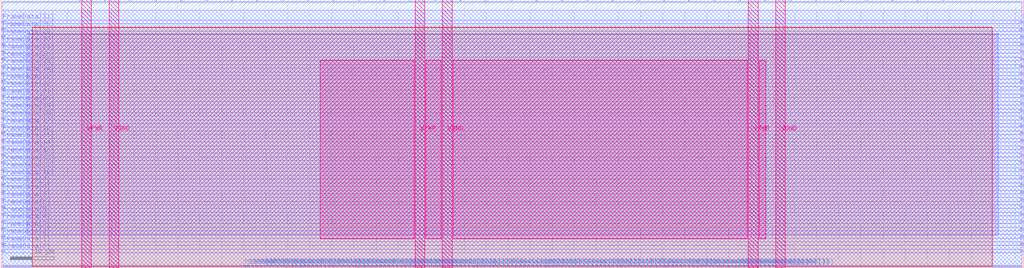
<source format=lef>
VERSION 5.7 ;
  NOWIREEXTENSIONATPIN ON ;
  DIVIDERCHAR "/" ;
  BUSBITCHARS "[]" ;
MACRO N_IO
  CLASS BLOCK ;
  FOREIGN N_IO ;
  ORIGIN 0.000 0.000 ;
  SIZE 231.840 BY 60.900 ;
  PIN A_I_top
    DIRECTION OUTPUT ;
    USE SIGNAL ;
    ANTENNADIFFAREA 0.654800 ;
    PORT
      LAYER Metal3 ;
        RECT 23.320 60.500 23.720 60.900 ;
    END
  END A_I_top
  PIN A_O_top
    DIRECTION INPUT ;
    USE SIGNAL ;
    ANTENNAGATEAREA 0.180700 ;
    PORT
      LAYER Metal3 ;
        RECT 17.560 60.500 17.960 60.900 ;
    END
  END A_O_top
  PIN A_T_top
    DIRECTION OUTPUT ;
    USE SIGNAL ;
    ANTENNADIFFAREA 0.654800 ;
    PORT
      LAYER Metal3 ;
        RECT 29.080 60.500 29.480 60.900 ;
    END
  END A_T_top
  PIN A_config_C_bit0
    DIRECTION OUTPUT ;
    USE SIGNAL ;
    ANTENNADIFFAREA 0.654800 ;
    PORT
      LAYER Metal3 ;
        RECT 52.120 60.500 52.520 60.900 ;
    END
  END A_config_C_bit0
  PIN A_config_C_bit1
    DIRECTION OUTPUT ;
    USE SIGNAL ;
    ANTENNADIFFAREA 0.654800 ;
    PORT
      LAYER Metal3 ;
        RECT 57.880 60.500 58.280 60.900 ;
    END
  END A_config_C_bit1
  PIN A_config_C_bit2
    DIRECTION OUTPUT ;
    USE SIGNAL ;
    ANTENNADIFFAREA 0.654800 ;
    PORT
      LAYER Metal3 ;
        RECT 63.640 60.500 64.040 60.900 ;
    END
  END A_config_C_bit2
  PIN A_config_C_bit3
    DIRECTION OUTPUT ;
    USE SIGNAL ;
    ANTENNADIFFAREA 0.654800 ;
    PORT
      LAYER Metal3 ;
        RECT 69.400 60.500 69.800 60.900 ;
    END
  END A_config_C_bit3
  PIN B_I_top
    DIRECTION OUTPUT ;
    USE SIGNAL ;
    ANTENNADIFFAREA 0.654800 ;
    PORT
      LAYER Metal3 ;
        RECT 40.600 60.500 41.000 60.900 ;
    END
  END B_I_top
  PIN B_O_top
    DIRECTION INPUT ;
    USE SIGNAL ;
    ANTENNAGATEAREA 0.180700 ;
    PORT
      LAYER Metal3 ;
        RECT 34.840 60.500 35.240 60.900 ;
    END
  END B_O_top
  PIN B_T_top
    DIRECTION OUTPUT ;
    USE SIGNAL ;
    ANTENNADIFFAREA 0.654800 ;
    PORT
      LAYER Metal3 ;
        RECT 46.360 60.500 46.760 60.900 ;
    END
  END B_T_top
  PIN B_config_C_bit0
    DIRECTION OUTPUT ;
    USE SIGNAL ;
    ANTENNADIFFAREA 0.654800 ;
    PORT
      LAYER Metal3 ;
        RECT 75.160 60.500 75.560 60.900 ;
    END
  END B_config_C_bit0
  PIN B_config_C_bit1
    DIRECTION OUTPUT ;
    USE SIGNAL ;
    ANTENNADIFFAREA 0.654800 ;
    PORT
      LAYER Metal3 ;
        RECT 80.920 60.500 81.320 60.900 ;
    END
  END B_config_C_bit1
  PIN B_config_C_bit2
    DIRECTION OUTPUT ;
    USE SIGNAL ;
    ANTENNADIFFAREA 0.654800 ;
    PORT
      LAYER Metal3 ;
        RECT 86.680 60.500 87.080 60.900 ;
    END
  END B_config_C_bit2
  PIN B_config_C_bit3
    DIRECTION OUTPUT ;
    USE SIGNAL ;
    ANTENNADIFFAREA 0.654800 ;
    PORT
      LAYER Metal3 ;
        RECT 92.440 60.500 92.840 60.900 ;
    END
  END B_config_C_bit3
  PIN Ci
    DIRECTION INPUT ;
    USE SIGNAL ;
    PORT
      LAYER Metal3 ;
        RECT 104.920 0.000 105.320 0.400 ;
    END
  END Ci
  PIN FrameData[0]
    DIRECTION INPUT ;
    USE SIGNAL ;
    ANTENNAGATEAREA 0.180700 ;
    PORT
      LAYER Metal2 ;
        RECT 0.000 3.580 0.450 3.980 ;
    END
  END FrameData[0]
  PIN FrameData[10]
    DIRECTION INPUT ;
    USE SIGNAL ;
    ANTENNAGATEAREA 0.180700 ;
    PORT
      LAYER Metal2 ;
        RECT 0.000 20.380 0.450 20.780 ;
    END
  END FrameData[10]
  PIN FrameData[11]
    DIRECTION INPUT ;
    USE SIGNAL ;
    ANTENNAGATEAREA 0.180700 ;
    PORT
      LAYER Metal2 ;
        RECT 0.000 22.060 0.450 22.460 ;
    END
  END FrameData[11]
  PIN FrameData[12]
    DIRECTION INPUT ;
    USE SIGNAL ;
    ANTENNAGATEAREA 0.180700 ;
    PORT
      LAYER Metal2 ;
        RECT 0.000 23.740 0.450 24.140 ;
    END
  END FrameData[12]
  PIN FrameData[13]
    DIRECTION INPUT ;
    USE SIGNAL ;
    ANTENNAGATEAREA 0.180700 ;
    PORT
      LAYER Metal2 ;
        RECT 0.000 25.420 0.450 25.820 ;
    END
  END FrameData[13]
  PIN FrameData[14]
    DIRECTION INPUT ;
    USE SIGNAL ;
    ANTENNAGATEAREA 0.180700 ;
    PORT
      LAYER Metal2 ;
        RECT 0.000 27.100 0.450 27.500 ;
    END
  END FrameData[14]
  PIN FrameData[15]
    DIRECTION INPUT ;
    USE SIGNAL ;
    ANTENNAGATEAREA 0.180700 ;
    PORT
      LAYER Metal2 ;
        RECT 0.000 28.780 0.450 29.180 ;
    END
  END FrameData[15]
  PIN FrameData[16]
    DIRECTION INPUT ;
    USE SIGNAL ;
    ANTENNAGATEAREA 0.180700 ;
    PORT
      LAYER Metal2 ;
        RECT 0.000 30.460 0.450 30.860 ;
    END
  END FrameData[16]
  PIN FrameData[17]
    DIRECTION INPUT ;
    USE SIGNAL ;
    ANTENNAGATEAREA 0.180700 ;
    PORT
      LAYER Metal2 ;
        RECT 0.000 32.140 0.450 32.540 ;
    END
  END FrameData[17]
  PIN FrameData[18]
    DIRECTION INPUT ;
    USE SIGNAL ;
    ANTENNAGATEAREA 0.180700 ;
    PORT
      LAYER Metal2 ;
        RECT 0.000 33.820 0.450 34.220 ;
    END
  END FrameData[18]
  PIN FrameData[19]
    DIRECTION INPUT ;
    USE SIGNAL ;
    ANTENNAGATEAREA 0.180700 ;
    PORT
      LAYER Metal2 ;
        RECT 0.000 35.500 0.450 35.900 ;
    END
  END FrameData[19]
  PIN FrameData[1]
    DIRECTION INPUT ;
    USE SIGNAL ;
    ANTENNAGATEAREA 0.180700 ;
    PORT
      LAYER Metal2 ;
        RECT 0.000 5.260 0.450 5.660 ;
    END
  END FrameData[1]
  PIN FrameData[20]
    DIRECTION INPUT ;
    USE SIGNAL ;
    ANTENNAGATEAREA 0.180700 ;
    PORT
      LAYER Metal2 ;
        RECT 0.000 37.180 0.450 37.580 ;
    END
  END FrameData[20]
  PIN FrameData[21]
    DIRECTION INPUT ;
    USE SIGNAL ;
    ANTENNAGATEAREA 0.180700 ;
    PORT
      LAYER Metal2 ;
        RECT 0.000 38.860 0.450 39.260 ;
    END
  END FrameData[21]
  PIN FrameData[22]
    DIRECTION INPUT ;
    USE SIGNAL ;
    ANTENNAGATEAREA 0.180700 ;
    PORT
      LAYER Metal2 ;
        RECT 0.000 40.540 0.450 40.940 ;
    END
  END FrameData[22]
  PIN FrameData[23]
    DIRECTION INPUT ;
    USE SIGNAL ;
    ANTENNAGATEAREA 0.180700 ;
    PORT
      LAYER Metal2 ;
        RECT 0.000 42.220 0.450 42.620 ;
    END
  END FrameData[23]
  PIN FrameData[24]
    DIRECTION INPUT ;
    USE SIGNAL ;
    ANTENNAGATEAREA 0.180700 ;
    PORT
      LAYER Metal2 ;
        RECT 0.000 43.900 0.450 44.300 ;
    END
  END FrameData[24]
  PIN FrameData[25]
    DIRECTION INPUT ;
    USE SIGNAL ;
    ANTENNAGATEAREA 0.180700 ;
    PORT
      LAYER Metal2 ;
        RECT 0.000 45.580 0.450 45.980 ;
    END
  END FrameData[25]
  PIN FrameData[26]
    DIRECTION INPUT ;
    USE SIGNAL ;
    ANTENNAGATEAREA 0.180700 ;
    PORT
      LAYER Metal2 ;
        RECT 0.000 47.260 0.450 47.660 ;
    END
  END FrameData[26]
  PIN FrameData[27]
    DIRECTION INPUT ;
    USE SIGNAL ;
    ANTENNAGATEAREA 0.180700 ;
    PORT
      LAYER Metal2 ;
        RECT 0.000 48.940 0.450 49.340 ;
    END
  END FrameData[27]
  PIN FrameData[28]
    DIRECTION INPUT ;
    USE SIGNAL ;
    ANTENNAGATEAREA 0.180700 ;
    PORT
      LAYER Metal2 ;
        RECT 0.000 50.620 0.450 51.020 ;
    END
  END FrameData[28]
  PIN FrameData[29]
    DIRECTION INPUT ;
    USE SIGNAL ;
    ANTENNAGATEAREA 0.180700 ;
    PORT
      LAYER Metal2 ;
        RECT 0.000 52.300 0.450 52.700 ;
    END
  END FrameData[29]
  PIN FrameData[2]
    DIRECTION INPUT ;
    USE SIGNAL ;
    ANTENNAGATEAREA 0.180700 ;
    PORT
      LAYER Metal2 ;
        RECT 0.000 6.940 0.450 7.340 ;
    END
  END FrameData[2]
  PIN FrameData[30]
    DIRECTION INPUT ;
    USE SIGNAL ;
    ANTENNAGATEAREA 0.180700 ;
    PORT
      LAYER Metal2 ;
        RECT 0.000 53.980 0.450 54.380 ;
    END
  END FrameData[30]
  PIN FrameData[31]
    DIRECTION INPUT ;
    USE SIGNAL ;
    ANTENNAGATEAREA 0.180700 ;
    PORT
      LAYER Metal2 ;
        RECT 0.000 55.660 0.450 56.060 ;
    END
  END FrameData[31]
  PIN FrameData[3]
    DIRECTION INPUT ;
    USE SIGNAL ;
    ANTENNAGATEAREA 0.180700 ;
    PORT
      LAYER Metal2 ;
        RECT 0.000 8.620 0.450 9.020 ;
    END
  END FrameData[3]
  PIN FrameData[4]
    DIRECTION INPUT ;
    USE SIGNAL ;
    ANTENNAGATEAREA 0.180700 ;
    PORT
      LAYER Metal2 ;
        RECT 0.000 10.300 0.450 10.700 ;
    END
  END FrameData[4]
  PIN FrameData[5]
    DIRECTION INPUT ;
    USE SIGNAL ;
    ANTENNAGATEAREA 0.180700 ;
    PORT
      LAYER Metal2 ;
        RECT 0.000 11.980 0.450 12.380 ;
    END
  END FrameData[5]
  PIN FrameData[6]
    DIRECTION INPUT ;
    USE SIGNAL ;
    ANTENNAGATEAREA 0.180700 ;
    PORT
      LAYER Metal2 ;
        RECT 0.000 13.660 0.450 14.060 ;
    END
  END FrameData[6]
  PIN FrameData[7]
    DIRECTION INPUT ;
    USE SIGNAL ;
    ANTENNAGATEAREA 0.180700 ;
    PORT
      LAYER Metal2 ;
        RECT 0.000 15.340 0.450 15.740 ;
    END
  END FrameData[7]
  PIN FrameData[8]
    DIRECTION INPUT ;
    USE SIGNAL ;
    ANTENNAGATEAREA 0.180700 ;
    PORT
      LAYER Metal2 ;
        RECT 0.000 17.020 0.450 17.420 ;
    END
  END FrameData[8]
  PIN FrameData[9]
    DIRECTION INPUT ;
    USE SIGNAL ;
    ANTENNAGATEAREA 0.180700 ;
    PORT
      LAYER Metal2 ;
        RECT 0.000 18.700 0.450 19.100 ;
    END
  END FrameData[9]
  PIN FrameData_O[0]
    DIRECTION OUTPUT ;
    USE SIGNAL ;
    ANTENNADIFFAREA 0.654800 ;
    PORT
      LAYER Metal2 ;
        RECT 231.390 3.580 231.840 3.980 ;
    END
  END FrameData_O[0]
  PIN FrameData_O[10]
    DIRECTION OUTPUT ;
    USE SIGNAL ;
    ANTENNADIFFAREA 0.654800 ;
    PORT
      LAYER Metal2 ;
        RECT 231.390 20.380 231.840 20.780 ;
    END
  END FrameData_O[10]
  PIN FrameData_O[11]
    DIRECTION OUTPUT ;
    USE SIGNAL ;
    ANTENNADIFFAREA 0.654800 ;
    PORT
      LAYER Metal2 ;
        RECT 231.390 22.060 231.840 22.460 ;
    END
  END FrameData_O[11]
  PIN FrameData_O[12]
    DIRECTION OUTPUT ;
    USE SIGNAL ;
    ANTENNADIFFAREA 0.654800 ;
    PORT
      LAYER Metal2 ;
        RECT 231.390 23.740 231.840 24.140 ;
    END
  END FrameData_O[12]
  PIN FrameData_O[13]
    DIRECTION OUTPUT ;
    USE SIGNAL ;
    ANTENNADIFFAREA 0.654800 ;
    PORT
      LAYER Metal2 ;
        RECT 231.390 25.420 231.840 25.820 ;
    END
  END FrameData_O[13]
  PIN FrameData_O[14]
    DIRECTION OUTPUT ;
    USE SIGNAL ;
    ANTENNADIFFAREA 0.654800 ;
    PORT
      LAYER Metal2 ;
        RECT 231.390 27.100 231.840 27.500 ;
    END
  END FrameData_O[14]
  PIN FrameData_O[15]
    DIRECTION OUTPUT ;
    USE SIGNAL ;
    ANTENNADIFFAREA 0.654800 ;
    PORT
      LAYER Metal2 ;
        RECT 231.390 28.780 231.840 29.180 ;
    END
  END FrameData_O[15]
  PIN FrameData_O[16]
    DIRECTION OUTPUT ;
    USE SIGNAL ;
    ANTENNADIFFAREA 0.654800 ;
    PORT
      LAYER Metal2 ;
        RECT 231.390 30.460 231.840 30.860 ;
    END
  END FrameData_O[16]
  PIN FrameData_O[17]
    DIRECTION OUTPUT ;
    USE SIGNAL ;
    ANTENNADIFFAREA 0.654800 ;
    PORT
      LAYER Metal2 ;
        RECT 231.390 32.140 231.840 32.540 ;
    END
  END FrameData_O[17]
  PIN FrameData_O[18]
    DIRECTION OUTPUT ;
    USE SIGNAL ;
    ANTENNADIFFAREA 0.654800 ;
    PORT
      LAYER Metal2 ;
        RECT 231.390 33.820 231.840 34.220 ;
    END
  END FrameData_O[18]
  PIN FrameData_O[19]
    DIRECTION OUTPUT ;
    USE SIGNAL ;
    ANTENNADIFFAREA 0.654800 ;
    PORT
      LAYER Metal2 ;
        RECT 231.390 35.500 231.840 35.900 ;
    END
  END FrameData_O[19]
  PIN FrameData_O[1]
    DIRECTION OUTPUT ;
    USE SIGNAL ;
    ANTENNADIFFAREA 0.654800 ;
    PORT
      LAYER Metal2 ;
        RECT 231.390 5.260 231.840 5.660 ;
    END
  END FrameData_O[1]
  PIN FrameData_O[20]
    DIRECTION OUTPUT ;
    USE SIGNAL ;
    ANTENNADIFFAREA 0.654800 ;
    PORT
      LAYER Metal2 ;
        RECT 231.390 37.180 231.840 37.580 ;
    END
  END FrameData_O[20]
  PIN FrameData_O[21]
    DIRECTION OUTPUT ;
    USE SIGNAL ;
    ANTENNADIFFAREA 0.654800 ;
    PORT
      LAYER Metal2 ;
        RECT 231.390 38.860 231.840 39.260 ;
    END
  END FrameData_O[21]
  PIN FrameData_O[22]
    DIRECTION OUTPUT ;
    USE SIGNAL ;
    ANTENNADIFFAREA 0.654800 ;
    PORT
      LAYER Metal2 ;
        RECT 231.390 40.540 231.840 40.940 ;
    END
  END FrameData_O[22]
  PIN FrameData_O[23]
    DIRECTION OUTPUT ;
    USE SIGNAL ;
    ANTENNADIFFAREA 0.654800 ;
    PORT
      LAYER Metal2 ;
        RECT 231.390 42.220 231.840 42.620 ;
    END
  END FrameData_O[23]
  PIN FrameData_O[24]
    DIRECTION OUTPUT ;
    USE SIGNAL ;
    ANTENNADIFFAREA 0.654800 ;
    PORT
      LAYER Metal2 ;
        RECT 231.390 43.900 231.840 44.300 ;
    END
  END FrameData_O[24]
  PIN FrameData_O[25]
    DIRECTION OUTPUT ;
    USE SIGNAL ;
    ANTENNADIFFAREA 0.654800 ;
    PORT
      LAYER Metal2 ;
        RECT 231.390 45.580 231.840 45.980 ;
    END
  END FrameData_O[25]
  PIN FrameData_O[26]
    DIRECTION OUTPUT ;
    USE SIGNAL ;
    ANTENNADIFFAREA 0.654800 ;
    PORT
      LAYER Metal2 ;
        RECT 231.390 47.260 231.840 47.660 ;
    END
  END FrameData_O[26]
  PIN FrameData_O[27]
    DIRECTION OUTPUT ;
    USE SIGNAL ;
    ANTENNADIFFAREA 0.654800 ;
    PORT
      LAYER Metal2 ;
        RECT 231.390 48.940 231.840 49.340 ;
    END
  END FrameData_O[27]
  PIN FrameData_O[28]
    DIRECTION OUTPUT ;
    USE SIGNAL ;
    ANTENNADIFFAREA 0.654800 ;
    PORT
      LAYER Metal2 ;
        RECT 231.390 50.620 231.840 51.020 ;
    END
  END FrameData_O[28]
  PIN FrameData_O[29]
    DIRECTION OUTPUT ;
    USE SIGNAL ;
    ANTENNADIFFAREA 0.654800 ;
    PORT
      LAYER Metal2 ;
        RECT 231.390 52.300 231.840 52.700 ;
    END
  END FrameData_O[29]
  PIN FrameData_O[2]
    DIRECTION OUTPUT ;
    USE SIGNAL ;
    ANTENNADIFFAREA 0.654800 ;
    PORT
      LAYER Metal2 ;
        RECT 231.390 6.940 231.840 7.340 ;
    END
  END FrameData_O[2]
  PIN FrameData_O[30]
    DIRECTION OUTPUT ;
    USE SIGNAL ;
    ANTENNADIFFAREA 0.654800 ;
    PORT
      LAYER Metal2 ;
        RECT 231.390 53.980 231.840 54.380 ;
    END
  END FrameData_O[30]
  PIN FrameData_O[31]
    DIRECTION OUTPUT ;
    USE SIGNAL ;
    ANTENNADIFFAREA 0.654800 ;
    PORT
      LAYER Metal2 ;
        RECT 231.390 55.660 231.840 56.060 ;
    END
  END FrameData_O[31]
  PIN FrameData_O[3]
    DIRECTION OUTPUT ;
    USE SIGNAL ;
    ANTENNADIFFAREA 0.654800 ;
    PORT
      LAYER Metal2 ;
        RECT 231.390 8.620 231.840 9.020 ;
    END
  END FrameData_O[3]
  PIN FrameData_O[4]
    DIRECTION OUTPUT ;
    USE SIGNAL ;
    ANTENNADIFFAREA 0.654800 ;
    PORT
      LAYER Metal2 ;
        RECT 231.390 10.300 231.840 10.700 ;
    END
  END FrameData_O[4]
  PIN FrameData_O[5]
    DIRECTION OUTPUT ;
    USE SIGNAL ;
    ANTENNADIFFAREA 0.654800 ;
    PORT
      LAYER Metal2 ;
        RECT 231.390 11.980 231.840 12.380 ;
    END
  END FrameData_O[5]
  PIN FrameData_O[6]
    DIRECTION OUTPUT ;
    USE SIGNAL ;
    ANTENNADIFFAREA 0.654800 ;
    PORT
      LAYER Metal2 ;
        RECT 231.390 13.660 231.840 14.060 ;
    END
  END FrameData_O[6]
  PIN FrameData_O[7]
    DIRECTION OUTPUT ;
    USE SIGNAL ;
    ANTENNADIFFAREA 0.654800 ;
    PORT
      LAYER Metal2 ;
        RECT 231.390 15.340 231.840 15.740 ;
    END
  END FrameData_O[7]
  PIN FrameData_O[8]
    DIRECTION OUTPUT ;
    USE SIGNAL ;
    ANTENNADIFFAREA 0.654800 ;
    PORT
      LAYER Metal2 ;
        RECT 231.390 17.020 231.840 17.420 ;
    END
  END FrameData_O[8]
  PIN FrameData_O[9]
    DIRECTION OUTPUT ;
    USE SIGNAL ;
    ANTENNADIFFAREA 0.654800 ;
    PORT
      LAYER Metal2 ;
        RECT 231.390 18.700 231.840 19.100 ;
    END
  END FrameData_O[9]
  PIN FrameStrobe[0]
    DIRECTION INPUT ;
    USE SIGNAL ;
    ANTENNAGATEAREA 0.542100 ;
    PORT
      LAYER Metal3 ;
        RECT 156.760 0.000 157.160 0.400 ;
    END
  END FrameStrobe[0]
  PIN FrameStrobe[10]
    DIRECTION INPUT ;
    USE SIGNAL ;
    ANTENNAGATEAREA 0.180700 ;
    PORT
      LAYER Metal3 ;
        RECT 166.360 0.000 166.760 0.400 ;
    END
  END FrameStrobe[10]
  PIN FrameStrobe[11]
    DIRECTION INPUT ;
    USE SIGNAL ;
    ANTENNAGATEAREA 0.180700 ;
    PORT
      LAYER Metal3 ;
        RECT 167.320 0.000 167.720 0.400 ;
    END
  END FrameStrobe[11]
  PIN FrameStrobe[12]
    DIRECTION INPUT ;
    USE SIGNAL ;
    ANTENNAGATEAREA 0.180700 ;
    PORT
      LAYER Metal3 ;
        RECT 168.280 0.000 168.680 0.400 ;
    END
  END FrameStrobe[12]
  PIN FrameStrobe[13]
    DIRECTION INPUT ;
    USE SIGNAL ;
    ANTENNAGATEAREA 0.180700 ;
    PORT
      LAYER Metal3 ;
        RECT 169.240 0.000 169.640 0.400 ;
    END
  END FrameStrobe[13]
  PIN FrameStrobe[14]
    DIRECTION INPUT ;
    USE SIGNAL ;
    ANTENNAGATEAREA 0.180700 ;
    PORT
      LAYER Metal3 ;
        RECT 170.200 0.000 170.600 0.400 ;
    END
  END FrameStrobe[14]
  PIN FrameStrobe[15]
    DIRECTION INPUT ;
    USE SIGNAL ;
    ANTENNAGATEAREA 0.180700 ;
    PORT
      LAYER Metal3 ;
        RECT 171.160 0.000 171.560 0.400 ;
    END
  END FrameStrobe[15]
  PIN FrameStrobe[16]
    DIRECTION INPUT ;
    USE SIGNAL ;
    ANTENNAGATEAREA 0.180700 ;
    PORT
      LAYER Metal3 ;
        RECT 172.120 0.000 172.520 0.400 ;
    END
  END FrameStrobe[16]
  PIN FrameStrobe[17]
    DIRECTION INPUT ;
    USE SIGNAL ;
    ANTENNAGATEAREA 0.180700 ;
    PORT
      LAYER Metal3 ;
        RECT 173.080 0.000 173.480 0.400 ;
    END
  END FrameStrobe[17]
  PIN FrameStrobe[18]
    DIRECTION INPUT ;
    USE SIGNAL ;
    ANTENNAGATEAREA 0.180700 ;
    PORT
      LAYER Metal3 ;
        RECT 174.040 0.000 174.440 0.400 ;
    END
  END FrameStrobe[18]
  PIN FrameStrobe[19]
    DIRECTION INPUT ;
    USE SIGNAL ;
    ANTENNAGATEAREA 0.180700 ;
    PORT
      LAYER Metal3 ;
        RECT 175.000 0.000 175.400 0.400 ;
    END
  END FrameStrobe[19]
  PIN FrameStrobe[1]
    DIRECTION INPUT ;
    USE SIGNAL ;
    ANTENNAGATEAREA 0.180700 ;
    PORT
      LAYER Metal3 ;
        RECT 157.720 0.000 158.120 0.400 ;
    END
  END FrameStrobe[1]
  PIN FrameStrobe[2]
    DIRECTION INPUT ;
    USE SIGNAL ;
    ANTENNAGATEAREA 0.361400 ;
    PORT
      LAYER Metal3 ;
        RECT 158.680 0.000 159.080 0.400 ;
    END
  END FrameStrobe[2]
  PIN FrameStrobe[3]
    DIRECTION INPUT ;
    USE SIGNAL ;
    ANTENNAGATEAREA 0.180700 ;
    PORT
      LAYER Metal3 ;
        RECT 159.640 0.000 160.040 0.400 ;
    END
  END FrameStrobe[3]
  PIN FrameStrobe[4]
    DIRECTION INPUT ;
    USE SIGNAL ;
    ANTENNAGATEAREA 0.180700 ;
    PORT
      LAYER Metal3 ;
        RECT 160.600 0.000 161.000 0.400 ;
    END
  END FrameStrobe[4]
  PIN FrameStrobe[5]
    DIRECTION INPUT ;
    USE SIGNAL ;
    ANTENNAGATEAREA 0.180700 ;
    PORT
      LAYER Metal3 ;
        RECT 161.560 0.000 161.960 0.400 ;
    END
  END FrameStrobe[5]
  PIN FrameStrobe[6]
    DIRECTION INPUT ;
    USE SIGNAL ;
    ANTENNAGATEAREA 0.180700 ;
    PORT
      LAYER Metal3 ;
        RECT 162.520 0.000 162.920 0.400 ;
    END
  END FrameStrobe[6]
  PIN FrameStrobe[7]
    DIRECTION INPUT ;
    USE SIGNAL ;
    ANTENNAGATEAREA 0.180700 ;
    PORT
      LAYER Metal3 ;
        RECT 163.480 0.000 163.880 0.400 ;
    END
  END FrameStrobe[7]
  PIN FrameStrobe[8]
    DIRECTION INPUT ;
    USE SIGNAL ;
    ANTENNAGATEAREA 0.180700 ;
    PORT
      LAYER Metal3 ;
        RECT 164.440 0.000 164.840 0.400 ;
    END
  END FrameStrobe[8]
  PIN FrameStrobe[9]
    DIRECTION INPUT ;
    USE SIGNAL ;
    ANTENNAGATEAREA 0.180700 ;
    PORT
      LAYER Metal3 ;
        RECT 165.400 0.000 165.800 0.400 ;
    END
  END FrameStrobe[9]
  PIN FrameStrobe_O[0]
    DIRECTION OUTPUT ;
    USE SIGNAL ;
    ANTENNADIFFAREA 0.654800 ;
    PORT
      LAYER Metal3 ;
        RECT 103.960 60.500 104.360 60.900 ;
    END
  END FrameStrobe_O[0]
  PIN FrameStrobe_O[10]
    DIRECTION OUTPUT ;
    USE SIGNAL ;
    ANTENNADIFFAREA 0.654800 ;
    PORT
      LAYER Metal3 ;
        RECT 161.560 60.500 161.960 60.900 ;
    END
  END FrameStrobe_O[10]
  PIN FrameStrobe_O[11]
    DIRECTION OUTPUT ;
    USE SIGNAL ;
    ANTENNADIFFAREA 0.654800 ;
    PORT
      LAYER Metal3 ;
        RECT 167.320 60.500 167.720 60.900 ;
    END
  END FrameStrobe_O[11]
  PIN FrameStrobe_O[12]
    DIRECTION OUTPUT ;
    USE SIGNAL ;
    ANTENNADIFFAREA 0.654800 ;
    PORT
      LAYER Metal3 ;
        RECT 173.080 60.500 173.480 60.900 ;
    END
  END FrameStrobe_O[12]
  PIN FrameStrobe_O[13]
    DIRECTION OUTPUT ;
    USE SIGNAL ;
    ANTENNADIFFAREA 0.654800 ;
    PORT
      LAYER Metal3 ;
        RECT 178.840 60.500 179.240 60.900 ;
    END
  END FrameStrobe_O[13]
  PIN FrameStrobe_O[14]
    DIRECTION OUTPUT ;
    USE SIGNAL ;
    ANTENNADIFFAREA 0.654800 ;
    PORT
      LAYER Metal3 ;
        RECT 184.600 60.500 185.000 60.900 ;
    END
  END FrameStrobe_O[14]
  PIN FrameStrobe_O[15]
    DIRECTION OUTPUT ;
    USE SIGNAL ;
    ANTENNADIFFAREA 0.654800 ;
    PORT
      LAYER Metal3 ;
        RECT 190.360 60.500 190.760 60.900 ;
    END
  END FrameStrobe_O[15]
  PIN FrameStrobe_O[16]
    DIRECTION OUTPUT ;
    USE SIGNAL ;
    ANTENNADIFFAREA 0.654800 ;
    PORT
      LAYER Metal3 ;
        RECT 196.120 60.500 196.520 60.900 ;
    END
  END FrameStrobe_O[16]
  PIN FrameStrobe_O[17]
    DIRECTION OUTPUT ;
    USE SIGNAL ;
    ANTENNADIFFAREA 0.654800 ;
    PORT
      LAYER Metal3 ;
        RECT 201.880 60.500 202.280 60.900 ;
    END
  END FrameStrobe_O[17]
  PIN FrameStrobe_O[18]
    DIRECTION OUTPUT ;
    USE SIGNAL ;
    ANTENNADIFFAREA 0.654800 ;
    PORT
      LAYER Metal3 ;
        RECT 207.640 60.500 208.040 60.900 ;
    END
  END FrameStrobe_O[18]
  PIN FrameStrobe_O[19]
    DIRECTION OUTPUT ;
    USE SIGNAL ;
    ANTENNADIFFAREA 0.654800 ;
    PORT
      LAYER Metal3 ;
        RECT 213.400 60.500 213.800 60.900 ;
    END
  END FrameStrobe_O[19]
  PIN FrameStrobe_O[1]
    DIRECTION OUTPUT ;
    USE SIGNAL ;
    ANTENNADIFFAREA 0.654800 ;
    PORT
      LAYER Metal3 ;
        RECT 109.720 60.500 110.120 60.900 ;
    END
  END FrameStrobe_O[1]
  PIN FrameStrobe_O[2]
    DIRECTION OUTPUT ;
    USE SIGNAL ;
    ANTENNADIFFAREA 0.654800 ;
    PORT
      LAYER Metal3 ;
        RECT 115.480 60.500 115.880 60.900 ;
    END
  END FrameStrobe_O[2]
  PIN FrameStrobe_O[3]
    DIRECTION OUTPUT ;
    USE SIGNAL ;
    ANTENNADIFFAREA 0.654800 ;
    PORT
      LAYER Metal3 ;
        RECT 121.240 60.500 121.640 60.900 ;
    END
  END FrameStrobe_O[3]
  PIN FrameStrobe_O[4]
    DIRECTION OUTPUT ;
    USE SIGNAL ;
    ANTENNADIFFAREA 0.654800 ;
    PORT
      LAYER Metal3 ;
        RECT 127.000 60.500 127.400 60.900 ;
    END
  END FrameStrobe_O[4]
  PIN FrameStrobe_O[5]
    DIRECTION OUTPUT ;
    USE SIGNAL ;
    ANTENNADIFFAREA 0.654800 ;
    PORT
      LAYER Metal3 ;
        RECT 132.760 60.500 133.160 60.900 ;
    END
  END FrameStrobe_O[5]
  PIN FrameStrobe_O[6]
    DIRECTION OUTPUT ;
    USE SIGNAL ;
    ANTENNADIFFAREA 0.654800 ;
    PORT
      LAYER Metal3 ;
        RECT 138.520 60.500 138.920 60.900 ;
    END
  END FrameStrobe_O[6]
  PIN FrameStrobe_O[7]
    DIRECTION OUTPUT ;
    USE SIGNAL ;
    ANTENNADIFFAREA 0.654800 ;
    PORT
      LAYER Metal3 ;
        RECT 144.280 60.500 144.680 60.900 ;
    END
  END FrameStrobe_O[7]
  PIN FrameStrobe_O[8]
    DIRECTION OUTPUT ;
    USE SIGNAL ;
    ANTENNADIFFAREA 0.654800 ;
    PORT
      LAYER Metal3 ;
        RECT 150.040 60.500 150.440 60.900 ;
    END
  END FrameStrobe_O[8]
  PIN FrameStrobe_O[9]
    DIRECTION OUTPUT ;
    USE SIGNAL ;
    ANTENNADIFFAREA 0.654800 ;
    PORT
      LAYER Metal3 ;
        RECT 155.800 60.500 156.200 60.900 ;
    END
  END FrameStrobe_O[9]
  PIN N1END[0]
    DIRECTION INPUT ;
    USE SIGNAL ;
    ANTENNAGATEAREA 0.180700 ;
    PORT
      LAYER Metal3 ;
        RECT 55.000 0.000 55.400 0.400 ;
    END
  END N1END[0]
  PIN N1END[1]
    DIRECTION INPUT ;
    USE SIGNAL ;
    ANTENNAGATEAREA 0.180700 ;
    PORT
      LAYER Metal3 ;
        RECT 55.960 0.000 56.360 0.400 ;
    END
  END N1END[1]
  PIN N1END[2]
    DIRECTION INPUT ;
    USE SIGNAL ;
    ANTENNAGATEAREA 0.180700 ;
    PORT
      LAYER Metal3 ;
        RECT 56.920 0.000 57.320 0.400 ;
    END
  END N1END[2]
  PIN N1END[3]
    DIRECTION INPUT ;
    USE SIGNAL ;
    ANTENNAGATEAREA 0.180700 ;
    PORT
      LAYER Metal3 ;
        RECT 57.880 0.000 58.280 0.400 ;
    END
  END N1END[3]
  PIN N2END[0]
    DIRECTION INPUT ;
    USE SIGNAL ;
    ANTENNAGATEAREA 0.180700 ;
    PORT
      LAYER Metal3 ;
        RECT 66.520 0.000 66.920 0.400 ;
    END
  END N2END[0]
  PIN N2END[1]
    DIRECTION INPUT ;
    USE SIGNAL ;
    ANTENNAGATEAREA 0.180700 ;
    PORT
      LAYER Metal3 ;
        RECT 67.480 0.000 67.880 0.400 ;
    END
  END N2END[1]
  PIN N2END[2]
    DIRECTION INPUT ;
    USE SIGNAL ;
    ANTENNAGATEAREA 0.180700 ;
    PORT
      LAYER Metal3 ;
        RECT 68.440 0.000 68.840 0.400 ;
    END
  END N2END[2]
  PIN N2END[3]
    DIRECTION INPUT ;
    USE SIGNAL ;
    ANTENNAGATEAREA 0.180700 ;
    PORT
      LAYER Metal3 ;
        RECT 69.400 0.000 69.800 0.400 ;
    END
  END N2END[3]
  PIN N2END[4]
    DIRECTION INPUT ;
    USE SIGNAL ;
    ANTENNAGATEAREA 0.180700 ;
    PORT
      LAYER Metal3 ;
        RECT 70.360 0.000 70.760 0.400 ;
    END
  END N2END[4]
  PIN N2END[5]
    DIRECTION INPUT ;
    USE SIGNAL ;
    ANTENNAGATEAREA 0.180700 ;
    PORT
      LAYER Metal3 ;
        RECT 71.320 0.000 71.720 0.400 ;
    END
  END N2END[5]
  PIN N2END[6]
    DIRECTION INPUT ;
    USE SIGNAL ;
    ANTENNAGATEAREA 0.180700 ;
    PORT
      LAYER Metal3 ;
        RECT 72.280 0.000 72.680 0.400 ;
    END
  END N2END[6]
  PIN N2END[7]
    DIRECTION INPUT ;
    USE SIGNAL ;
    ANTENNAGATEAREA 0.180700 ;
    PORT
      LAYER Metal3 ;
        RECT 73.240 0.000 73.640 0.400 ;
    END
  END N2END[7]
  PIN N2MID[0]
    DIRECTION INPUT ;
    USE SIGNAL ;
    ANTENNAGATEAREA 0.180700 ;
    PORT
      LAYER Metal3 ;
        RECT 58.840 0.000 59.240 0.400 ;
    END
  END N2MID[0]
  PIN N2MID[1]
    DIRECTION INPUT ;
    USE SIGNAL ;
    ANTENNAGATEAREA 0.180700 ;
    PORT
      LAYER Metal3 ;
        RECT 59.800 0.000 60.200 0.400 ;
    END
  END N2MID[1]
  PIN N2MID[2]
    DIRECTION INPUT ;
    USE SIGNAL ;
    ANTENNAGATEAREA 0.180700 ;
    PORT
      LAYER Metal3 ;
        RECT 60.760 0.000 61.160 0.400 ;
    END
  END N2MID[2]
  PIN N2MID[3]
    DIRECTION INPUT ;
    USE SIGNAL ;
    ANTENNAGATEAREA 0.180700 ;
    PORT
      LAYER Metal3 ;
        RECT 61.720 0.000 62.120 0.400 ;
    END
  END N2MID[3]
  PIN N2MID[4]
    DIRECTION INPUT ;
    USE SIGNAL ;
    ANTENNAGATEAREA 0.180700 ;
    PORT
      LAYER Metal3 ;
        RECT 62.680 0.000 63.080 0.400 ;
    END
  END N2MID[4]
  PIN N2MID[5]
    DIRECTION INPUT ;
    USE SIGNAL ;
    ANTENNAGATEAREA 0.180700 ;
    PORT
      LAYER Metal3 ;
        RECT 63.640 0.000 64.040 0.400 ;
    END
  END N2MID[5]
  PIN N2MID[6]
    DIRECTION INPUT ;
    USE SIGNAL ;
    ANTENNAGATEAREA 0.180700 ;
    PORT
      LAYER Metal3 ;
        RECT 64.600 0.000 65.000 0.400 ;
    END
  END N2MID[6]
  PIN N2MID[7]
    DIRECTION INPUT ;
    USE SIGNAL ;
    ANTENNAGATEAREA 0.180700 ;
    PORT
      LAYER Metal3 ;
        RECT 65.560 0.000 65.960 0.400 ;
    END
  END N2MID[7]
  PIN N4END[0]
    DIRECTION INPUT ;
    USE SIGNAL ;
    ANTENNAGATEAREA 0.180700 ;
    PORT
      LAYER Metal3 ;
        RECT 74.200 0.000 74.600 0.400 ;
    END
  END N4END[0]
  PIN N4END[10]
    DIRECTION INPUT ;
    USE SIGNAL ;
    ANTENNAGATEAREA 0.180700 ;
    PORT
      LAYER Metal3 ;
        RECT 83.800 0.000 84.200 0.400 ;
    END
  END N4END[10]
  PIN N4END[11]
    DIRECTION INPUT ;
    USE SIGNAL ;
    ANTENNAGATEAREA 0.180700 ;
    PORT
      LAYER Metal3 ;
        RECT 84.760 0.000 85.160 0.400 ;
    END
  END N4END[11]
  PIN N4END[12]
    DIRECTION INPUT ;
    USE SIGNAL ;
    ANTENNAGATEAREA 0.180700 ;
    PORT
      LAYER Metal3 ;
        RECT 85.720 0.000 86.120 0.400 ;
    END
  END N4END[12]
  PIN N4END[13]
    DIRECTION INPUT ;
    USE SIGNAL ;
    ANTENNAGATEAREA 0.180700 ;
    PORT
      LAYER Metal3 ;
        RECT 86.680 0.000 87.080 0.400 ;
    END
  END N4END[13]
  PIN N4END[14]
    DIRECTION INPUT ;
    USE SIGNAL ;
    ANTENNAGATEAREA 0.180700 ;
    PORT
      LAYER Metal3 ;
        RECT 87.640 0.000 88.040 0.400 ;
    END
  END N4END[14]
  PIN N4END[15]
    DIRECTION INPUT ;
    USE SIGNAL ;
    ANTENNAGATEAREA 0.180700 ;
    PORT
      LAYER Metal3 ;
        RECT 88.600 0.000 89.000 0.400 ;
    END
  END N4END[15]
  PIN N4END[1]
    DIRECTION INPUT ;
    USE SIGNAL ;
    ANTENNAGATEAREA 0.180700 ;
    PORT
      LAYER Metal3 ;
        RECT 75.160 0.000 75.560 0.400 ;
    END
  END N4END[1]
  PIN N4END[2]
    DIRECTION INPUT ;
    USE SIGNAL ;
    ANTENNAGATEAREA 0.180700 ;
    PORT
      LAYER Metal3 ;
        RECT 76.120 0.000 76.520 0.400 ;
    END
  END N4END[2]
  PIN N4END[3]
    DIRECTION INPUT ;
    USE SIGNAL ;
    ANTENNAGATEAREA 0.180700 ;
    PORT
      LAYER Metal3 ;
        RECT 77.080 0.000 77.480 0.400 ;
    END
  END N4END[3]
  PIN N4END[4]
    DIRECTION INPUT ;
    USE SIGNAL ;
    ANTENNAGATEAREA 0.180700 ;
    PORT
      LAYER Metal3 ;
        RECT 78.040 0.000 78.440 0.400 ;
    END
  END N4END[4]
  PIN N4END[5]
    DIRECTION INPUT ;
    USE SIGNAL ;
    ANTENNAGATEAREA 0.180700 ;
    PORT
      LAYER Metal3 ;
        RECT 79.000 0.000 79.400 0.400 ;
    END
  END N4END[5]
  PIN N4END[6]
    DIRECTION INPUT ;
    USE SIGNAL ;
    ANTENNAGATEAREA 0.180700 ;
    PORT
      LAYER Metal3 ;
        RECT 79.960 0.000 80.360 0.400 ;
    END
  END N4END[6]
  PIN N4END[7]
    DIRECTION INPUT ;
    USE SIGNAL ;
    ANTENNAGATEAREA 0.180700 ;
    PORT
      LAYER Metal3 ;
        RECT 80.920 0.000 81.320 0.400 ;
    END
  END N4END[7]
  PIN N4END[8]
    DIRECTION INPUT ;
    USE SIGNAL ;
    ANTENNAGATEAREA 0.180700 ;
    PORT
      LAYER Metal3 ;
        RECT 81.880 0.000 82.280 0.400 ;
    END
  END N4END[8]
  PIN N4END[9]
    DIRECTION INPUT ;
    USE SIGNAL ;
    ANTENNAGATEAREA 0.180700 ;
    PORT
      LAYER Metal3 ;
        RECT 82.840 0.000 83.240 0.400 ;
    END
  END N4END[9]
  PIN NN4END[0]
    DIRECTION INPUT ;
    USE SIGNAL ;
    ANTENNAGATEAREA 0.180700 ;
    PORT
      LAYER Metal3 ;
        RECT 89.560 0.000 89.960 0.400 ;
    END
  END NN4END[0]
  PIN NN4END[10]
    DIRECTION INPUT ;
    USE SIGNAL ;
    ANTENNAGATEAREA 0.180700 ;
    PORT
      LAYER Metal3 ;
        RECT 99.160 0.000 99.560 0.400 ;
    END
  END NN4END[10]
  PIN NN4END[11]
    DIRECTION INPUT ;
    USE SIGNAL ;
    ANTENNAGATEAREA 0.180700 ;
    PORT
      LAYER Metal3 ;
        RECT 100.120 0.000 100.520 0.400 ;
    END
  END NN4END[11]
  PIN NN4END[12]
    DIRECTION INPUT ;
    USE SIGNAL ;
    ANTENNAGATEAREA 0.180700 ;
    PORT
      LAYER Metal3 ;
        RECT 101.080 0.000 101.480 0.400 ;
    END
  END NN4END[12]
  PIN NN4END[13]
    DIRECTION INPUT ;
    USE SIGNAL ;
    ANTENNAGATEAREA 0.180700 ;
    PORT
      LAYER Metal3 ;
        RECT 102.040 0.000 102.440 0.400 ;
    END
  END NN4END[13]
  PIN NN4END[14]
    DIRECTION INPUT ;
    USE SIGNAL ;
    ANTENNAGATEAREA 0.180700 ;
    PORT
      LAYER Metal3 ;
        RECT 103.000 0.000 103.400 0.400 ;
    END
  END NN4END[14]
  PIN NN4END[15]
    DIRECTION INPUT ;
    USE SIGNAL ;
    ANTENNAGATEAREA 0.180700 ;
    PORT
      LAYER Metal3 ;
        RECT 103.960 0.000 104.360 0.400 ;
    END
  END NN4END[15]
  PIN NN4END[1]
    DIRECTION INPUT ;
    USE SIGNAL ;
    ANTENNAGATEAREA 0.180700 ;
    PORT
      LAYER Metal3 ;
        RECT 90.520 0.000 90.920 0.400 ;
    END
  END NN4END[1]
  PIN NN4END[2]
    DIRECTION INPUT ;
    USE SIGNAL ;
    ANTENNAGATEAREA 0.180700 ;
    PORT
      LAYER Metal3 ;
        RECT 91.480 0.000 91.880 0.400 ;
    END
  END NN4END[2]
  PIN NN4END[3]
    DIRECTION INPUT ;
    USE SIGNAL ;
    ANTENNAGATEAREA 0.180700 ;
    PORT
      LAYER Metal3 ;
        RECT 92.440 0.000 92.840 0.400 ;
    END
  END NN4END[3]
  PIN NN4END[4]
    DIRECTION INPUT ;
    USE SIGNAL ;
    ANTENNAGATEAREA 0.180700 ;
    PORT
      LAYER Metal3 ;
        RECT 93.400 0.000 93.800 0.400 ;
    END
  END NN4END[4]
  PIN NN4END[5]
    DIRECTION INPUT ;
    USE SIGNAL ;
    ANTENNAGATEAREA 0.180700 ;
    PORT
      LAYER Metal3 ;
        RECT 94.360 0.000 94.760 0.400 ;
    END
  END NN4END[5]
  PIN NN4END[6]
    DIRECTION INPUT ;
    USE SIGNAL ;
    ANTENNAGATEAREA 0.180700 ;
    PORT
      LAYER Metal3 ;
        RECT 95.320 0.000 95.720 0.400 ;
    END
  END NN4END[6]
  PIN NN4END[7]
    DIRECTION INPUT ;
    USE SIGNAL ;
    ANTENNAGATEAREA 0.180700 ;
    PORT
      LAYER Metal3 ;
        RECT 96.280 0.000 96.680 0.400 ;
    END
  END NN4END[7]
  PIN NN4END[8]
    DIRECTION INPUT ;
    USE SIGNAL ;
    ANTENNAGATEAREA 0.180700 ;
    PORT
      LAYER Metal3 ;
        RECT 97.240 0.000 97.640 0.400 ;
    END
  END NN4END[8]
  PIN NN4END[9]
    DIRECTION INPUT ;
    USE SIGNAL ;
    ANTENNAGATEAREA 0.180700 ;
    PORT
      LAYER Metal3 ;
        RECT 98.200 0.000 98.600 0.400 ;
    END
  END NN4END[9]
  PIN S1BEG[0]
    DIRECTION OUTPUT ;
    USE SIGNAL ;
    ANTENNADIFFAREA 0.654800 ;
    PORT
      LAYER Metal3 ;
        RECT 105.880 0.000 106.280 0.400 ;
    END
  END S1BEG[0]
  PIN S1BEG[1]
    DIRECTION OUTPUT ;
    USE SIGNAL ;
    ANTENNADIFFAREA 0.654800 ;
    PORT
      LAYER Metal3 ;
        RECT 106.840 0.000 107.240 0.400 ;
    END
  END S1BEG[1]
  PIN S1BEG[2]
    DIRECTION OUTPUT ;
    USE SIGNAL ;
    ANTENNADIFFAREA 0.654800 ;
    PORT
      LAYER Metal3 ;
        RECT 107.800 0.000 108.200 0.400 ;
    END
  END S1BEG[2]
  PIN S1BEG[3]
    DIRECTION OUTPUT ;
    USE SIGNAL ;
    ANTENNADIFFAREA 0.654800 ;
    PORT
      LAYER Metal3 ;
        RECT 108.760 0.000 109.160 0.400 ;
    END
  END S1BEG[3]
  PIN S2BEG[0]
    DIRECTION OUTPUT ;
    USE SIGNAL ;
    ANTENNADIFFAREA 0.654800 ;
    PORT
      LAYER Metal3 ;
        RECT 109.720 0.000 110.120 0.400 ;
    END
  END S2BEG[0]
  PIN S2BEG[1]
    DIRECTION OUTPUT ;
    USE SIGNAL ;
    ANTENNADIFFAREA 0.654800 ;
    PORT
      LAYER Metal3 ;
        RECT 110.680 0.000 111.080 0.400 ;
    END
  END S2BEG[1]
  PIN S2BEG[2]
    DIRECTION OUTPUT ;
    USE SIGNAL ;
    ANTENNADIFFAREA 0.654800 ;
    PORT
      LAYER Metal3 ;
        RECT 111.640 0.000 112.040 0.400 ;
    END
  END S2BEG[2]
  PIN S2BEG[3]
    DIRECTION OUTPUT ;
    USE SIGNAL ;
    ANTENNADIFFAREA 0.654800 ;
    PORT
      LAYER Metal3 ;
        RECT 112.600 0.000 113.000 0.400 ;
    END
  END S2BEG[3]
  PIN S2BEG[4]
    DIRECTION OUTPUT ;
    USE SIGNAL ;
    ANTENNADIFFAREA 0.654800 ;
    PORT
      LAYER Metal3 ;
        RECT 113.560 0.000 113.960 0.400 ;
    END
  END S2BEG[4]
  PIN S2BEG[5]
    DIRECTION OUTPUT ;
    USE SIGNAL ;
    ANTENNADIFFAREA 0.654800 ;
    PORT
      LAYER Metal3 ;
        RECT 114.520 0.000 114.920 0.400 ;
    END
  END S2BEG[5]
  PIN S2BEG[6]
    DIRECTION OUTPUT ;
    USE SIGNAL ;
    ANTENNADIFFAREA 0.654800 ;
    PORT
      LAYER Metal3 ;
        RECT 115.480 0.000 115.880 0.400 ;
    END
  END S2BEG[6]
  PIN S2BEG[7]
    DIRECTION OUTPUT ;
    USE SIGNAL ;
    ANTENNADIFFAREA 0.654800 ;
    PORT
      LAYER Metal3 ;
        RECT 116.440 0.000 116.840 0.400 ;
    END
  END S2BEG[7]
  PIN S2BEGb[0]
    DIRECTION OUTPUT ;
    USE SIGNAL ;
    ANTENNADIFFAREA 0.654800 ;
    PORT
      LAYER Metal3 ;
        RECT 117.400 0.000 117.800 0.400 ;
    END
  END S2BEGb[0]
  PIN S2BEGb[1]
    DIRECTION OUTPUT ;
    USE SIGNAL ;
    ANTENNADIFFAREA 0.654800 ;
    PORT
      LAYER Metal3 ;
        RECT 118.360 0.000 118.760 0.400 ;
    END
  END S2BEGb[1]
  PIN S2BEGb[2]
    DIRECTION OUTPUT ;
    USE SIGNAL ;
    ANTENNADIFFAREA 0.654800 ;
    PORT
      LAYER Metal3 ;
        RECT 119.320 0.000 119.720 0.400 ;
    END
  END S2BEGb[2]
  PIN S2BEGb[3]
    DIRECTION OUTPUT ;
    USE SIGNAL ;
    ANTENNADIFFAREA 0.654800 ;
    PORT
      LAYER Metal3 ;
        RECT 120.280 0.000 120.680 0.400 ;
    END
  END S2BEGb[3]
  PIN S2BEGb[4]
    DIRECTION OUTPUT ;
    USE SIGNAL ;
    ANTENNADIFFAREA 0.654800 ;
    PORT
      LAYER Metal3 ;
        RECT 121.240 0.000 121.640 0.400 ;
    END
  END S2BEGb[4]
  PIN S2BEGb[5]
    DIRECTION OUTPUT ;
    USE SIGNAL ;
    ANTENNADIFFAREA 0.654800 ;
    PORT
      LAYER Metal3 ;
        RECT 122.200 0.000 122.600 0.400 ;
    END
  END S2BEGb[5]
  PIN S2BEGb[6]
    DIRECTION OUTPUT ;
    USE SIGNAL ;
    ANTENNADIFFAREA 0.654800 ;
    PORT
      LAYER Metal3 ;
        RECT 123.160 0.000 123.560 0.400 ;
    END
  END S2BEGb[6]
  PIN S2BEGb[7]
    DIRECTION OUTPUT ;
    USE SIGNAL ;
    ANTENNADIFFAREA 0.654800 ;
    PORT
      LAYER Metal3 ;
        RECT 124.120 0.000 124.520 0.400 ;
    END
  END S2BEGb[7]
  PIN S4BEG[0]
    DIRECTION OUTPUT ;
    USE SIGNAL ;
    ANTENNADIFFAREA 0.654800 ;
    PORT
      LAYER Metal3 ;
        RECT 125.080 0.000 125.480 0.400 ;
    END
  END S4BEG[0]
  PIN S4BEG[10]
    DIRECTION OUTPUT ;
    USE SIGNAL ;
    ANTENNADIFFAREA 0.654800 ;
    PORT
      LAYER Metal3 ;
        RECT 134.680 0.000 135.080 0.400 ;
    END
  END S4BEG[10]
  PIN S4BEG[11]
    DIRECTION OUTPUT ;
    USE SIGNAL ;
    ANTENNADIFFAREA 0.654800 ;
    PORT
      LAYER Metal3 ;
        RECT 135.640 0.000 136.040 0.400 ;
    END
  END S4BEG[11]
  PIN S4BEG[12]
    DIRECTION OUTPUT ;
    USE SIGNAL ;
    ANTENNADIFFAREA 0.654800 ;
    PORT
      LAYER Metal3 ;
        RECT 136.600 0.000 137.000 0.400 ;
    END
  END S4BEG[12]
  PIN S4BEG[13]
    DIRECTION OUTPUT ;
    USE SIGNAL ;
    ANTENNADIFFAREA 0.654800 ;
    PORT
      LAYER Metal3 ;
        RECT 137.560 0.000 137.960 0.400 ;
    END
  END S4BEG[13]
  PIN S4BEG[14]
    DIRECTION OUTPUT ;
    USE SIGNAL ;
    ANTENNADIFFAREA 0.654800 ;
    PORT
      LAYER Metal3 ;
        RECT 138.520 0.000 138.920 0.400 ;
    END
  END S4BEG[14]
  PIN S4BEG[15]
    DIRECTION OUTPUT ;
    USE SIGNAL ;
    ANTENNADIFFAREA 0.654800 ;
    PORT
      LAYER Metal3 ;
        RECT 139.480 0.000 139.880 0.400 ;
    END
  END S4BEG[15]
  PIN S4BEG[1]
    DIRECTION OUTPUT ;
    USE SIGNAL ;
    ANTENNADIFFAREA 0.654800 ;
    PORT
      LAYER Metal3 ;
        RECT 126.040 0.000 126.440 0.400 ;
    END
  END S4BEG[1]
  PIN S4BEG[2]
    DIRECTION OUTPUT ;
    USE SIGNAL ;
    ANTENNADIFFAREA 0.654800 ;
    PORT
      LAYER Metal3 ;
        RECT 127.000 0.000 127.400 0.400 ;
    END
  END S4BEG[2]
  PIN S4BEG[3]
    DIRECTION OUTPUT ;
    USE SIGNAL ;
    ANTENNADIFFAREA 0.654800 ;
    PORT
      LAYER Metal3 ;
        RECT 127.960 0.000 128.360 0.400 ;
    END
  END S4BEG[3]
  PIN S4BEG[4]
    DIRECTION OUTPUT ;
    USE SIGNAL ;
    ANTENNADIFFAREA 0.654800 ;
    PORT
      LAYER Metal3 ;
        RECT 128.920 0.000 129.320 0.400 ;
    END
  END S4BEG[4]
  PIN S4BEG[5]
    DIRECTION OUTPUT ;
    USE SIGNAL ;
    ANTENNADIFFAREA 0.654800 ;
    PORT
      LAYER Metal3 ;
        RECT 129.880 0.000 130.280 0.400 ;
    END
  END S4BEG[5]
  PIN S4BEG[6]
    DIRECTION OUTPUT ;
    USE SIGNAL ;
    ANTENNADIFFAREA 0.654800 ;
    PORT
      LAYER Metal3 ;
        RECT 130.840 0.000 131.240 0.400 ;
    END
  END S4BEG[6]
  PIN S4BEG[7]
    DIRECTION OUTPUT ;
    USE SIGNAL ;
    ANTENNADIFFAREA 0.654800 ;
    PORT
      LAYER Metal3 ;
        RECT 131.800 0.000 132.200 0.400 ;
    END
  END S4BEG[7]
  PIN S4BEG[8]
    DIRECTION OUTPUT ;
    USE SIGNAL ;
    ANTENNADIFFAREA 0.654800 ;
    PORT
      LAYER Metal3 ;
        RECT 132.760 0.000 133.160 0.400 ;
    END
  END S4BEG[8]
  PIN S4BEG[9]
    DIRECTION OUTPUT ;
    USE SIGNAL ;
    ANTENNADIFFAREA 0.654800 ;
    PORT
      LAYER Metal3 ;
        RECT 133.720 0.000 134.120 0.400 ;
    END
  END S4BEG[9]
  PIN SS4BEG[0]
    DIRECTION OUTPUT ;
    USE SIGNAL ;
    ANTENNADIFFAREA 0.654800 ;
    PORT
      LAYER Metal3 ;
        RECT 140.440 0.000 140.840 0.400 ;
    END
  END SS4BEG[0]
  PIN SS4BEG[10]
    DIRECTION OUTPUT ;
    USE SIGNAL ;
    ANTENNADIFFAREA 0.654800 ;
    PORT
      LAYER Metal3 ;
        RECT 150.040 0.000 150.440 0.400 ;
    END
  END SS4BEG[10]
  PIN SS4BEG[11]
    DIRECTION OUTPUT ;
    USE SIGNAL ;
    ANTENNADIFFAREA 0.654800 ;
    PORT
      LAYER Metal3 ;
        RECT 151.000 0.000 151.400 0.400 ;
    END
  END SS4BEG[11]
  PIN SS4BEG[12]
    DIRECTION OUTPUT ;
    USE SIGNAL ;
    ANTENNADIFFAREA 0.654800 ;
    PORT
      LAYER Metal3 ;
        RECT 151.960 0.000 152.360 0.400 ;
    END
  END SS4BEG[12]
  PIN SS4BEG[13]
    DIRECTION OUTPUT ;
    USE SIGNAL ;
    ANTENNADIFFAREA 0.654800 ;
    PORT
      LAYER Metal3 ;
        RECT 152.920 0.000 153.320 0.400 ;
    END
  END SS4BEG[13]
  PIN SS4BEG[14]
    DIRECTION OUTPUT ;
    USE SIGNAL ;
    ANTENNADIFFAREA 0.654800 ;
    PORT
      LAYER Metal3 ;
        RECT 153.880 0.000 154.280 0.400 ;
    END
  END SS4BEG[14]
  PIN SS4BEG[15]
    DIRECTION OUTPUT ;
    USE SIGNAL ;
    ANTENNADIFFAREA 0.654800 ;
    PORT
      LAYER Metal3 ;
        RECT 154.840 0.000 155.240 0.400 ;
    END
  END SS4BEG[15]
  PIN SS4BEG[1]
    DIRECTION OUTPUT ;
    USE SIGNAL ;
    ANTENNADIFFAREA 0.654800 ;
    PORT
      LAYER Metal3 ;
        RECT 141.400 0.000 141.800 0.400 ;
    END
  END SS4BEG[1]
  PIN SS4BEG[2]
    DIRECTION OUTPUT ;
    USE SIGNAL ;
    ANTENNADIFFAREA 0.654800 ;
    PORT
      LAYER Metal3 ;
        RECT 142.360 0.000 142.760 0.400 ;
    END
  END SS4BEG[2]
  PIN SS4BEG[3]
    DIRECTION OUTPUT ;
    USE SIGNAL ;
    ANTENNADIFFAREA 0.654800 ;
    PORT
      LAYER Metal3 ;
        RECT 143.320 0.000 143.720 0.400 ;
    END
  END SS4BEG[3]
  PIN SS4BEG[4]
    DIRECTION OUTPUT ;
    USE SIGNAL ;
    ANTENNADIFFAREA 0.654800 ;
    PORT
      LAYER Metal3 ;
        RECT 144.280 0.000 144.680 0.400 ;
    END
  END SS4BEG[4]
  PIN SS4BEG[5]
    DIRECTION OUTPUT ;
    USE SIGNAL ;
    ANTENNADIFFAREA 0.654800 ;
    PORT
      LAYER Metal3 ;
        RECT 145.240 0.000 145.640 0.400 ;
    END
  END SS4BEG[5]
  PIN SS4BEG[6]
    DIRECTION OUTPUT ;
    USE SIGNAL ;
    ANTENNADIFFAREA 0.654800 ;
    PORT
      LAYER Metal3 ;
        RECT 146.200 0.000 146.600 0.400 ;
    END
  END SS4BEG[6]
  PIN SS4BEG[7]
    DIRECTION OUTPUT ;
    USE SIGNAL ;
    ANTENNADIFFAREA 0.654800 ;
    PORT
      LAYER Metal3 ;
        RECT 147.160 0.000 147.560 0.400 ;
    END
  END SS4BEG[7]
  PIN SS4BEG[8]
    DIRECTION OUTPUT ;
    USE SIGNAL ;
    ANTENNADIFFAREA 0.654800 ;
    PORT
      LAYER Metal3 ;
        RECT 148.120 0.000 148.520 0.400 ;
    END
  END SS4BEG[8]
  PIN SS4BEG[9]
    DIRECTION OUTPUT ;
    USE SIGNAL ;
    ANTENNADIFFAREA 0.654800 ;
    PORT
      LAYER Metal3 ;
        RECT 149.080 0.000 149.480 0.400 ;
    END
  END SS4BEG[9]
  PIN UserCLK
    DIRECTION INPUT ;
    USE SIGNAL ;
    ANTENNAGATEAREA 0.633100 ;
    PORT
      LAYER Metal3 ;
        RECT 155.800 0.000 156.200 0.400 ;
    END
  END UserCLK
  PIN UserCLKo
    DIRECTION OUTPUT ;
    USE SIGNAL ;
    ANTENNADIFFAREA 0.654800 ;
    PORT
      LAYER Metal3 ;
        RECT 98.200 60.500 98.600 60.900 ;
    END
  END UserCLKo
  PIN VGND
    DIRECTION INOUT ;
    USE GROUND ;
    PORT
      LAYER Metal5 ;
        RECT 24.460 0.000 26.660 60.900 ;
    END
    PORT
      LAYER Metal5 ;
        RECT 100.060 0.000 102.260 60.900 ;
    END
    PORT
      LAYER Metal5 ;
        RECT 175.660 0.000 177.860 60.900 ;
    END
  END VGND
  PIN VPWR
    DIRECTION INOUT ;
    USE POWER ;
    PORT
      LAYER Metal5 ;
        RECT 18.260 0.000 20.460 60.900 ;
    END
    PORT
      LAYER Metal5 ;
        RECT 93.860 0.000 96.060 60.900 ;
    END
    PORT
      LAYER Metal5 ;
        RECT 169.460 0.000 171.660 60.900 ;
    END
  END VPWR
  OBS
      LAYER GatPoly ;
        RECT 5.760 7.410 226.080 53.070 ;
      LAYER Metal1 ;
        RECT 5.760 7.340 226.080 53.140 ;
      LAYER Metal2 ;
        RECT 0.335 56.270 231.505 58.480 ;
        RECT 0.660 55.450 231.180 56.270 ;
        RECT 0.335 54.590 231.505 55.450 ;
        RECT 0.660 53.770 231.180 54.590 ;
        RECT 0.335 52.910 231.505 53.770 ;
        RECT 0.660 52.090 231.180 52.910 ;
        RECT 0.335 51.230 231.505 52.090 ;
        RECT 0.660 50.410 231.180 51.230 ;
        RECT 0.335 49.550 231.505 50.410 ;
        RECT 0.660 48.730 231.180 49.550 ;
        RECT 0.335 47.870 231.505 48.730 ;
        RECT 0.660 47.050 231.180 47.870 ;
        RECT 0.335 46.190 231.505 47.050 ;
        RECT 0.660 45.370 231.180 46.190 ;
        RECT 0.335 44.510 231.505 45.370 ;
        RECT 0.660 43.690 231.180 44.510 ;
        RECT 0.335 42.830 231.505 43.690 ;
        RECT 0.660 42.010 231.180 42.830 ;
        RECT 0.335 41.150 231.505 42.010 ;
        RECT 0.660 40.330 231.180 41.150 ;
        RECT 0.335 39.470 231.505 40.330 ;
        RECT 0.660 38.650 231.180 39.470 ;
        RECT 0.335 37.790 231.505 38.650 ;
        RECT 0.660 36.970 231.180 37.790 ;
        RECT 0.335 36.110 231.505 36.970 ;
        RECT 0.660 35.290 231.180 36.110 ;
        RECT 0.335 34.430 231.505 35.290 ;
        RECT 0.660 33.610 231.180 34.430 ;
        RECT 0.335 32.750 231.505 33.610 ;
        RECT 0.660 31.930 231.180 32.750 ;
        RECT 0.335 31.070 231.505 31.930 ;
        RECT 0.660 30.250 231.180 31.070 ;
        RECT 0.335 29.390 231.505 30.250 ;
        RECT 0.660 28.570 231.180 29.390 ;
        RECT 0.335 27.710 231.505 28.570 ;
        RECT 0.660 26.890 231.180 27.710 ;
        RECT 0.335 26.030 231.505 26.890 ;
        RECT 0.660 25.210 231.180 26.030 ;
        RECT 0.335 24.350 231.505 25.210 ;
        RECT 0.660 23.530 231.180 24.350 ;
        RECT 0.335 22.670 231.505 23.530 ;
        RECT 0.660 21.850 231.180 22.670 ;
        RECT 0.335 20.990 231.505 21.850 ;
        RECT 0.660 20.170 231.180 20.990 ;
        RECT 0.335 19.310 231.505 20.170 ;
        RECT 0.660 18.490 231.180 19.310 ;
        RECT 0.335 17.630 231.505 18.490 ;
        RECT 0.660 16.810 231.180 17.630 ;
        RECT 0.335 15.950 231.505 16.810 ;
        RECT 0.660 15.130 231.180 15.950 ;
        RECT 0.335 14.270 231.505 15.130 ;
        RECT 0.660 13.450 231.180 14.270 ;
        RECT 0.335 12.590 231.505 13.450 ;
        RECT 0.660 11.770 231.180 12.590 ;
        RECT 0.335 10.910 231.505 11.770 ;
        RECT 0.660 10.090 231.180 10.910 ;
        RECT 0.335 9.230 231.505 10.090 ;
        RECT 0.660 8.410 231.180 9.230 ;
        RECT 0.335 7.550 231.505 8.410 ;
        RECT 0.660 6.730 231.180 7.550 ;
        RECT 0.335 5.870 231.505 6.730 ;
        RECT 0.660 5.050 231.180 5.870 ;
        RECT 0.335 4.190 231.505 5.050 ;
        RECT 0.660 3.370 231.180 4.190 ;
        RECT 0.335 0.320 231.505 3.370 ;
      LAYER Metal3 ;
        RECT 0.380 60.290 17.350 60.500 ;
        RECT 18.170 60.290 23.110 60.500 ;
        RECT 23.930 60.290 28.870 60.500 ;
        RECT 29.690 60.290 34.630 60.500 ;
        RECT 35.450 60.290 40.390 60.500 ;
        RECT 41.210 60.290 46.150 60.500 ;
        RECT 46.970 60.290 51.910 60.500 ;
        RECT 52.730 60.290 57.670 60.500 ;
        RECT 58.490 60.290 63.430 60.500 ;
        RECT 64.250 60.290 69.190 60.500 ;
        RECT 70.010 60.290 74.950 60.500 ;
        RECT 75.770 60.290 80.710 60.500 ;
        RECT 81.530 60.290 86.470 60.500 ;
        RECT 87.290 60.290 92.230 60.500 ;
        RECT 93.050 60.290 97.990 60.500 ;
        RECT 98.810 60.290 103.750 60.500 ;
        RECT 104.570 60.290 109.510 60.500 ;
        RECT 110.330 60.290 115.270 60.500 ;
        RECT 116.090 60.290 121.030 60.500 ;
        RECT 121.850 60.290 126.790 60.500 ;
        RECT 127.610 60.290 132.550 60.500 ;
        RECT 133.370 60.290 138.310 60.500 ;
        RECT 139.130 60.290 144.070 60.500 ;
        RECT 144.890 60.290 149.830 60.500 ;
        RECT 150.650 60.290 155.590 60.500 ;
        RECT 156.410 60.290 161.350 60.500 ;
        RECT 162.170 60.290 167.110 60.500 ;
        RECT 167.930 60.290 172.870 60.500 ;
        RECT 173.690 60.290 178.630 60.500 ;
        RECT 179.450 60.290 184.390 60.500 ;
        RECT 185.210 60.290 190.150 60.500 ;
        RECT 190.970 60.290 195.910 60.500 ;
        RECT 196.730 60.290 201.670 60.500 ;
        RECT 202.490 60.290 207.430 60.500 ;
        RECT 208.250 60.290 213.190 60.500 ;
        RECT 214.010 60.290 231.460 60.500 ;
        RECT 0.380 0.610 231.460 60.290 ;
        RECT 0.380 0.180 54.790 0.610 ;
        RECT 55.610 0.180 55.750 0.610 ;
        RECT 56.570 0.180 56.710 0.610 ;
        RECT 57.530 0.180 57.670 0.610 ;
        RECT 58.490 0.180 58.630 0.610 ;
        RECT 59.450 0.180 59.590 0.610 ;
        RECT 60.410 0.180 60.550 0.610 ;
        RECT 61.370 0.180 61.510 0.610 ;
        RECT 62.330 0.180 62.470 0.610 ;
        RECT 63.290 0.180 63.430 0.610 ;
        RECT 64.250 0.180 64.390 0.610 ;
        RECT 65.210 0.180 65.350 0.610 ;
        RECT 66.170 0.180 66.310 0.610 ;
        RECT 67.130 0.180 67.270 0.610 ;
        RECT 68.090 0.180 68.230 0.610 ;
        RECT 69.050 0.180 69.190 0.610 ;
        RECT 70.010 0.180 70.150 0.610 ;
        RECT 70.970 0.180 71.110 0.610 ;
        RECT 71.930 0.180 72.070 0.610 ;
        RECT 72.890 0.180 73.030 0.610 ;
        RECT 73.850 0.180 73.990 0.610 ;
        RECT 74.810 0.180 74.950 0.610 ;
        RECT 75.770 0.180 75.910 0.610 ;
        RECT 76.730 0.180 76.870 0.610 ;
        RECT 77.690 0.180 77.830 0.610 ;
        RECT 78.650 0.180 78.790 0.610 ;
        RECT 79.610 0.180 79.750 0.610 ;
        RECT 80.570 0.180 80.710 0.610 ;
        RECT 81.530 0.180 81.670 0.610 ;
        RECT 82.490 0.180 82.630 0.610 ;
        RECT 83.450 0.180 83.590 0.610 ;
        RECT 84.410 0.180 84.550 0.610 ;
        RECT 85.370 0.180 85.510 0.610 ;
        RECT 86.330 0.180 86.470 0.610 ;
        RECT 87.290 0.180 87.430 0.610 ;
        RECT 88.250 0.180 88.390 0.610 ;
        RECT 89.210 0.180 89.350 0.610 ;
        RECT 90.170 0.180 90.310 0.610 ;
        RECT 91.130 0.180 91.270 0.610 ;
        RECT 92.090 0.180 92.230 0.610 ;
        RECT 93.050 0.180 93.190 0.610 ;
        RECT 94.010 0.180 94.150 0.610 ;
        RECT 94.970 0.180 95.110 0.610 ;
        RECT 95.930 0.180 96.070 0.610 ;
        RECT 96.890 0.180 97.030 0.610 ;
        RECT 97.850 0.180 97.990 0.610 ;
        RECT 98.810 0.180 98.950 0.610 ;
        RECT 99.770 0.180 99.910 0.610 ;
        RECT 100.730 0.180 100.870 0.610 ;
        RECT 101.690 0.180 101.830 0.610 ;
        RECT 102.650 0.180 102.790 0.610 ;
        RECT 103.610 0.180 103.750 0.610 ;
        RECT 104.570 0.180 104.710 0.610 ;
        RECT 105.530 0.180 105.670 0.610 ;
        RECT 106.490 0.180 106.630 0.610 ;
        RECT 107.450 0.180 107.590 0.610 ;
        RECT 108.410 0.180 108.550 0.610 ;
        RECT 109.370 0.180 109.510 0.610 ;
        RECT 110.330 0.180 110.470 0.610 ;
        RECT 111.290 0.180 111.430 0.610 ;
        RECT 112.250 0.180 112.390 0.610 ;
        RECT 113.210 0.180 113.350 0.610 ;
        RECT 114.170 0.180 114.310 0.610 ;
        RECT 115.130 0.180 115.270 0.610 ;
        RECT 116.090 0.180 116.230 0.610 ;
        RECT 117.050 0.180 117.190 0.610 ;
        RECT 118.010 0.180 118.150 0.610 ;
        RECT 118.970 0.180 119.110 0.610 ;
        RECT 119.930 0.180 120.070 0.610 ;
        RECT 120.890 0.180 121.030 0.610 ;
        RECT 121.850 0.180 121.990 0.610 ;
        RECT 122.810 0.180 122.950 0.610 ;
        RECT 123.770 0.180 123.910 0.610 ;
        RECT 124.730 0.180 124.870 0.610 ;
        RECT 125.690 0.180 125.830 0.610 ;
        RECT 126.650 0.180 126.790 0.610 ;
        RECT 127.610 0.180 127.750 0.610 ;
        RECT 128.570 0.180 128.710 0.610 ;
        RECT 129.530 0.180 129.670 0.610 ;
        RECT 130.490 0.180 130.630 0.610 ;
        RECT 131.450 0.180 131.590 0.610 ;
        RECT 132.410 0.180 132.550 0.610 ;
        RECT 133.370 0.180 133.510 0.610 ;
        RECT 134.330 0.180 134.470 0.610 ;
        RECT 135.290 0.180 135.430 0.610 ;
        RECT 136.250 0.180 136.390 0.610 ;
        RECT 137.210 0.180 137.350 0.610 ;
        RECT 138.170 0.180 138.310 0.610 ;
        RECT 139.130 0.180 139.270 0.610 ;
        RECT 140.090 0.180 140.230 0.610 ;
        RECT 141.050 0.180 141.190 0.610 ;
        RECT 142.010 0.180 142.150 0.610 ;
        RECT 142.970 0.180 143.110 0.610 ;
        RECT 143.930 0.180 144.070 0.610 ;
        RECT 144.890 0.180 145.030 0.610 ;
        RECT 145.850 0.180 145.990 0.610 ;
        RECT 146.810 0.180 146.950 0.610 ;
        RECT 147.770 0.180 147.910 0.610 ;
        RECT 148.730 0.180 148.870 0.610 ;
        RECT 149.690 0.180 149.830 0.610 ;
        RECT 150.650 0.180 150.790 0.610 ;
        RECT 151.610 0.180 151.750 0.610 ;
        RECT 152.570 0.180 152.710 0.610 ;
        RECT 153.530 0.180 153.670 0.610 ;
        RECT 154.490 0.180 154.630 0.610 ;
        RECT 155.450 0.180 155.590 0.610 ;
        RECT 156.410 0.180 156.550 0.610 ;
        RECT 157.370 0.180 157.510 0.610 ;
        RECT 158.330 0.180 158.470 0.610 ;
        RECT 159.290 0.180 159.430 0.610 ;
        RECT 160.250 0.180 160.390 0.610 ;
        RECT 161.210 0.180 161.350 0.610 ;
        RECT 162.170 0.180 162.310 0.610 ;
        RECT 163.130 0.180 163.270 0.610 ;
        RECT 164.090 0.180 164.230 0.610 ;
        RECT 165.050 0.180 165.190 0.610 ;
        RECT 166.010 0.180 166.150 0.610 ;
        RECT 166.970 0.180 167.110 0.610 ;
        RECT 167.930 0.180 168.070 0.610 ;
        RECT 168.890 0.180 169.030 0.610 ;
        RECT 169.850 0.180 169.990 0.610 ;
        RECT 170.810 0.180 170.950 0.610 ;
        RECT 171.770 0.180 171.910 0.610 ;
        RECT 172.730 0.180 172.870 0.610 ;
        RECT 173.690 0.180 173.830 0.610 ;
        RECT 174.650 0.180 174.790 0.610 ;
        RECT 175.610 0.180 231.460 0.610 ;
      LAYER Metal4 ;
        RECT 7.055 0.320 224.785 54.700 ;
      LAYER Metal5 ;
        RECT 72.380 6.575 93.650 47.185 ;
        RECT 96.270 6.575 99.850 47.185 ;
        RECT 102.470 6.575 169.250 47.185 ;
        RECT 171.870 6.575 173.380 47.185 ;
  END
END N_IO
END LIBRARY


</source>
